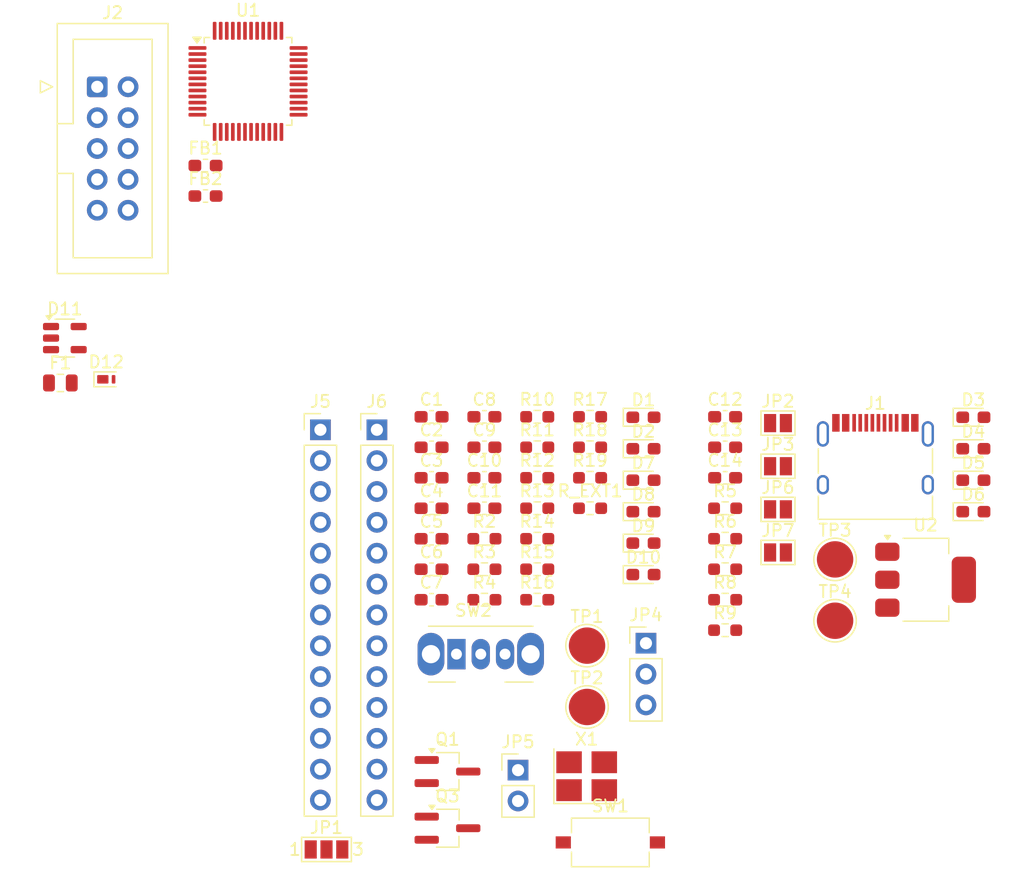
<source format=kicad_pcb>
(kicad_pcb (version 20241229) (generator "pcbnew") (generator_version "9.0")
  (layers (0 "F.Cu" signal) (2 "B.Cu" signal) (13 "F.Paste" user) (15 "B.Paste" user) (5 "F.SilkS" user "F.Silkscreen") (7 "B.SilkS" user "B.Silkscreen") (1 "F.Mask" user) (3 "B.Mask" user) (25 "Edge.Cuts" user))
  (net 0 "")
  (net 1 "/D+")
  (net 2 "/D-")
  (net 3 "/USBPD_CC1")
  (net 4 "/USBPD_CC2")
  (net 5 "GND")
  (net 6 "VBUS")
  (net 7 "Net-(F1-Pad1)")
  (net 8 "+3.3V")
  (net 9 "Net-(U1-VDDA)")
  (net 10 "Net-(U1-VREF+)")
  (net 11 "/SWO")
  (net 12 "+5V")
  (net 13 "/NRST")
  (net 14 "/SW_CLK")
  (net 15 "/SW_DIO")
  (net 16 "/PB1")
  (net 17 "/DIGITAL_IO_1")
  (net 18 "/PA4")
  (net 19 "/PA0")
  (net 20 "/PB2")
  (net 21 "Net-(U1-PF1)")
  (net 22 "/PC13")
  (net 23 "/PC15")
  (net 24 "/YELLOW_DEBUG_LED")
  (net 25 "/PA7")
  (net 26 "/VOUT")
  (net 27 "Net-(JP1-C)")
  (net 28 "/GREEN_DEBUG_LED")
  (net 29 "/PB10")
  (net 30 "/PB7")
  (net 31 "/PA15")
  (net 32 "/PB5")
  (net 33 "/PB9")
  (net 34 "/BOOT_MODE")
  (net 35 "/VIN-")
  (net 36 "/PA6")
  (net 37 "/PC14")
  (net 38 "Net-(U1-PF0)")
  (net 39 "/PA10")
  (net 40 "/VIN+")
  (net 41 "/PB0")
  (net 42 "/DIGITAL_IO_2")
  (net 43 "/BLUE_DEBUG_LED")
  (net 44 "/RED_DEBUG_LED")
  (net 45 "/PA5")
  (net 46 "/PB11")
  (net 47 "Net-(C10-Pad2)")
  (net 48 "+VREG")
  (net 49 "Net-(D1-K)")
  (net 50 "Net-(D2-K)")
  (net 51 "Net-(D2-A)")
  (net 52 "Net-(D5-K)")
  (net 53 "Net-(D6-K)")
  (net 54 "Net-(D6-A)")
  (net 55 "Net-(D7-K)")
  (net 56 "Net-(D8-K)")
  (net 57 "Net-(D9-K)")
  (net 58 "Net-(D10-K)")
  (net 59 "Net-(D10-A)")
  (net 60 "GNDS")
  (net 61 "+BATT")
  (net 62 "Net-(J3-Pin_1)")
  (net 63 "Net-(JP5-A)")
  (net 64 "Net-(JP7-B)")
  (net 65 "Net-(Q1-B)")
  (net 66 "Net-(Q1-C)")
  (net 67 "Net-(Q3-B)")
  (footprint "Connector_PinHeader_2.54mm:PinHeader_1x02_P2.54mm_Vertical" (layer "F.Cu") (at 171.3 140.175)
    (property "Reference" "JP5" (at 0 -2.33 0) (layer "F.SilkS"))
    (property "Value" "I2C_PULL_UPS_EN")
    (pad "1" thru_hole rect (at 0 0) (size 1.7 1.7) (drill 1) (layers "*.Cu" "*.Mask") (net 63 "Net-(JP5-A)"))
    (pad "2" thru_hole oval (at 0 2.54) (size 1.7 1.7) (drill 1) (layers "*.Cu" "*.Mask") (net 62 "Net-(J3-Pin_1)"))
  )
  (footprint "Package_QFP:LQFP-48_7x7mm_P0.5mm" (layer "F.Cu") (at 149.07 83.47)
    (property "Reference" "U1" (at 0 -5.85 0) (layer "F.SilkS"))
    (property "Value" "STM32G431CBTx")
    (pad "1" smd roundrect (at -4.1625 -2.75) (size 1.475 0.3) (layers "F.Cu" "F.Mask" "F.Paste") (net 27 "Net-(JP1-C)"))
    (pad "2" smd roundrect (at -4.1625 -2.25) (size 1.475 0.3) (layers "F.Cu" "F.Mask" "F.Paste") (net 22 "/PC13"))
    (pad "3" smd roundrect (at -4.1625 -1.75) (size 1.475 0.3) (layers "F.Cu" "F.Mask" "F.Paste") (net 37 "/PC14"))
    (pad "4" smd roundrect (at -4.1625 -1.25) (size 1.475 0.3) (layers "F.Cu" "F.Mask" "F.Paste") (net 23 "/PC15"))
    (pad "5" smd roundrect (at -4.1625 -0.75) (size 1.475 0.3) (layers "F.Cu" "F.Mask" "F.Paste") (net 38 "Net-(U1-PF0)"))
    (pad "6" smd roundrect (at -4.1625 -0.25) (size 1.475 0.3) (layers "F.Cu" "F.Mask" "F.Paste") (net 21 "Net-(U1-PF1)"))
    (pad "7" smd roundrect (at -4.1625 0.25) (size 1.475 0.3) (layers "F.Cu" "F.Mask" "F.Paste") (net 13 "/NRST"))
    (pad "8" smd roundrect (at -4.1625 0.75) (size 1.475 0.3) (layers "F.Cu" "F.Mask" "F.Paste") (net 19 "/PA0"))
    (pad "9" smd roundrect (at -4.1625 1.25) (size 1.475 0.3) (layers "F.Cu" "F.Mask" "F.Paste") (net 40 "/VIN+"))
    (pad "10" smd roundrect (at -4.1625 1.75) (size 1.475 0.3) (layers "F.Cu" "F.Mask" "F.Paste") (net 26 "/VOUT"))
    (pad "11" smd roundrect (at -4.1625 2.25) (size 1.475 0.3) (layers "F.Cu" "F.Mask" "F.Paste") (net 35 "/VIN-"))
    (pad "12" smd roundrect (at -4.1625 2.75) (size 1.475 0.3) (layers "F.Cu" "F.Mask" "F.Paste") (net 18 "/PA4"))
    (pad "13" smd roundrect (at -2.75 4.1625) (size 0.3 1.475) (layers "F.Cu" "F.Mask" "F.Paste") (net 45 "/PA5"))
    (pad "14" smd roundrect (at -2.25 4.1625) (size 0.3 1.475) (layers "F.Cu" "F.Mask" "F.Paste") (net 36 "/PA6"))
    (pad "15" smd roundrect (at -1.75 4.1625) (size 0.3 1.475) (layers "F.Cu" "F.Mask" "F.Paste") (net 25 "/PA7"))
    (pad "16" smd roundrect (at -1.25 4.1625) (size 0.3 1.475) (layers "F.Cu" "F.Mask" "F.Paste") (net 41 "/PB0"))
    (pad "17" smd roundrect (at -0.75 4.1625) (size 0.3 1.475) (layers "F.Cu" "F.Mask" "F.Paste") (net 16 "/PB1"))
    (pad "18" smd roundrect (at -0.25 4.1625) (size 0.3 1.475) (layers "F.Cu" "F.Mask" "F.Paste") (net 20 "/PB2"))
    (pad "19" smd roundrect (at 0.25 4.1625) (size 0.3 1.475) (layers "F.Cu" "F.Mask" "F.Paste") (net 5 "GND"))
    (pad "20" smd roundrect (at 0.75 4.1625) (size 0.3 1.475) (layers "F.Cu" "F.Mask" "F.Paste") (net 10 "Net-(U1-VREF+)"))
    (pad "21" smd roundrect (at 1.25 4.1625) (size 0.3 1.475) (layers "F.Cu" "F.Mask" "F.Paste") (net 9 "Net-(U1-VDDA)"))
    (pad "22" smd roundrect (at 1.75 4.1625) (size 0.3 1.475) (layers "F.Cu" "F.Mask" "F.Paste") (net 29 "/PB10"))
    (pad "23" smd roundrect (at 2.25 4.1625) (size 0.3 1.475) (layers "F.Cu" "F.Mask" "F.Paste") (net 5 "GND"))
    (pad "24" smd roundrect (at 2.75 4.1625) (size 0.3 1.475) (layers "F.Cu" "F.Mask" "F.Paste") (net 8 "+3.3V"))
    (pad "25" smd roundrect (at 4.1625 2.75) (size 1.475 0.3) (layers "F.Cu" "F.Mask" "F.Paste") (net 46 "/PB11"))
    (pad "26" smd roundrect (at 4.1625 2.25) (size 1.475 0.3) (layers "F.Cu" "F.Mask" "F.Paste") (net 24 "/YELLOW_DEBUG_LED"))
    (pad "27" smd roundrect (at 4.1625 1.75) (size 1.475 0.3) (layers "F.Cu" "F.Mask" "F.Paste") (net 28 "/GREEN_DEBUG_LED"))
    (pad "28" smd roundrect (at 4.1625 1.25) (size 1.475 0.3) (layers "F.Cu" "F.Mask" "F.Paste") (net 43 "/BLUE_DEBUG_LED"))
    (pad "29" smd roundrect (at 4.1625 0.75) (size 1.475 0.3) (layers "F.Cu" "F.Mask" "F.Paste") (net 44 "/RED_DEBUG_LED"))
    (pad "30" smd roundrect (at 4.1625 0.25) (size 1.475 0.3) (layers "F.Cu" "F.Mask" "F.Paste") (net 17 "/DIGITAL_IO_1"))
    (pad "31" smd roundrect (at 4.1625 -0.25) (size 1.475 0.3) (layers "F.Cu" "F.Mask" "F.Paste") (net 42 "/DIGITAL_IO_2"))
    (pad "32" smd roundrect (at 4.1625 -0.75) (size 1.475 0.3) (layers "F.Cu" "F.Mask" "F.Paste") (net 39 "/PA10"))
    (pad "33" smd roundrect (at 4.1625 -1.25) (size 1.475 0.3) (layers "F.Cu" "F.Mask" "F.Paste") (net 2 "/D-"))
    (pad "34" smd roundrect (at 4.1625 -1.75) (size 1.475 0.3) (layers "F.Cu" "F.Mask" "F.Paste") (net 1 "/D+"))
    (pad "35" smd roundrect (at 4.1625 -2.25) (size 1.475 0.3) (layers "F.Cu" "F.Mask" "F.Paste") (net 5 "GND"))
    (pad "36" smd roundrect (at 4.1625 -2.75) (size 1.475 0.3) (layers "F.Cu" "F.Mask" "F.Paste") (net 8 "+3.3V"))
    (pad "37" smd roundrect (at 2.75 -4.1625) (size 0.3 1.475) (layers "F.Cu" "F.Mask" "F.Paste") (net 14 "/SW_CLK"))
    (pad "38" smd roundrect (at 2.25 -4.1625) (size 0.3 1.475) (layers "F.Cu" "F.Mask" "F.Paste") (net 15 "/SW_DIO"))
    (pad "39" smd roundrect (at 1.75 -4.1625) (size 0.3 1.475) (layers "F.Cu" "F.Mask" "F.Paste") (net 31 "/PA15"))
    (pad "40" smd roundrect (at 1.25 -4.1625) (size 0.3 1.475) (layers "F.Cu" "F.Mask" "F.Paste") (net 11 "/SWO"))
    (pad "41" smd roundrect (at 0.75 -4.1625) (size 0.3 1.475) (layers "F.Cu" "F.Mask" "F.Paste") (net 3 "/USBPD_CC1"))
    (pad "42" smd roundrect (at 0.25 -4.1625) (size 0.3 1.475) (layers "F.Cu" "F.Mask" "F.Paste") (net 32 "/PB5"))
    (pad "43" smd roundrect (at -0.25 -4.1625) (size 0.3 1.475) (layers "F.Cu" "F.Mask" "F.Paste") (net 4 "/USBPD_CC2"))
    (pad "44" smd roundrect (at -0.75 -4.1625) (size 0.3 1.475) (layers "F.Cu" "F.Mask" "F.Paste") (net 30 "/PB7"))
    (pad "45" smd roundrect (at -1.25 -4.1625) (size 0.3 1.475) (layers "F.Cu" "F.Mask" "F.Paste") (net 34 "/BOOT_MODE"))
    (pad "46" smd roundrect (at -1.75 -4.1625) (size 0.3 1.475) (layers "F.Cu" "F.Mask" "F.Paste") (net 33 "/PB9"))
    (pad "47" smd roundrect (at -2.25 -4.1625) (size 0.3 1.475) (layers "F.Cu" "F.Mask" "F.Paste") (net 5 "GND"))
    (pad "48" smd roundrect (at -2.75 -4.1625) (size 0.3 1.475) (layers "F.Cu" "F.Mask" "F.Paste") (net 8 "+3.3V"))
  )
  (footprint "Resistor_SMD:R_0603_1608Metric_Pad0.98x0.95mm_HandSolder" (layer "F.Cu") (at 177.23 113.595)
    (property "Reference" "R18" (at 0 -1.43 0) (layer "F.SilkS"))
    (property "Value" "4.7k")
    (pad "1" smd roundrect (at -0.9125 0) (size 0.975 0.95) (layers "F.Cu" "F.Mask" "F.Paste") (net 63 "Net-(JP5-A)"))
    (pad "2" smd roundrect (at 0.9125 0) (size 0.975 0.95) (layers "F.Cu" "F.Mask" "F.Paste") (net 17 "/DIGITAL_IO_1"))
  )
  (footprint "Inductor_SMD:L_0603_1608Metric_Pad1.05x0.95mm_HandSolder" (layer "F.Cu") (at 145.57 92.91)
    (property "Reference" "FB2" (at 0 -1.43 0) (layer "F.SilkS"))
    (property "Value" "220 OHM")
    (pad "1" smd roundrect (at -0.875 0) (size 1.05 0.95) (layers "F.Cu" "F.Mask" "F.Paste") (net 8 "+3.3V"))
    (pad "2" smd roundrect (at 0.875 0) (size 1.05 0.95) (layers "F.Cu" "F.Mask" "F.Paste") (net 10 "Net-(U1-VREF+)"))
  )
  (footprint "Resistor_SMD:R_0603_1608Metric_Pad0.98x0.95mm_HandSolder" (layer "F.Cu") (at 188.35 123.635)
    (property "Reference" "R7" (at 0 -1.43 0) (layer "F.SilkS"))
    (property "Value" "5.1k")
    (pad "1" smd roundrect (at -0.9125 0) (size 0.975 0.95) (layers "F.Cu" "F.Mask" "F.Paste") (net 4 "/USBPD_CC2"))
    (pad "2" smd roundrect (at 0.9125 0) (size 0.975 0.95) (layers "F.Cu" "F.Mask" "F.Paste") (net 5 "GND"))
  )
  (footprint "Diode_SMD:D_0603_1608Metric_Pad1.05x0.95mm_HandSolder" (layer "F.Cu") (at 181.625 111.125)
    (property "Reference" "D1" (at 0 -1.43 0) (layer "F.SilkS"))
    (property "Value" "LED")
    (pad "1" smd roundrect (at -0.875 0) (size 1.05 0.95) (layers "F.Cu" "F.Mask" "F.Paste") (net 49 "Net-(D1-K)"))
    (pad "2" smd roundrect (at 0.875 0) (size 1.05 0.95) (layers "F.Cu" "F.Mask" "F.Paste") (net 8 "+3.3V"))
  )
  (footprint "Resistor_SMD:R_0603_1608Metric_Pad0.98x0.95mm_HandSolder" (layer "F.Cu") (at 172.88 121.125)
    (property "Reference" "R14" (at 0 -1.43 0) (layer "F.SilkS"))
    (property "Value" "1k")
    (pad "1" smd roundrect (at -0.9125 0) (size 0.975 0.95) (layers "F.Cu" "F.Mask" "F.Paste") (net 28 "/GREEN_DEBUG_LED"))
    (pad "2" smd roundrect (at 0.9125 0) (size 0.975 0.95) (layers "F.Cu" "F.Mask" "F.Paste") (net 67 "Net-(Q3-B)"))
  )
  (footprint "Package_TO_SOT_SMD:TSOT-23_HandSoldering" (layer "F.Cu") (at 165.49 144.955)
    (property "Reference" "Q3" (at 0 -2.65 0) (layer "F.SilkS"))
    (property "Value" "PNP")
    (pad "1" smd roundrect (at -1.71 -0.95) (size 2 0.65) (layers "F.Cu" "F.Mask" "F.Paste") (net 59 "Net-(D10-A)"))
    (pad "2" smd roundrect (at -1.71 0.95) (size 2 0.65) (layers "F.Cu" "F.Mask" "F.Paste") (net 67 "Net-(Q3-B)"))
    (pad "3" smd roundrect (at 1.71 0) (size 2 0.65) (layers "F.Cu" "F.Mask" "F.Paste") (net 8 "+3.3V"))
  )
  (footprint "Capacitor_SMD:C_0603_1608Metric_Pad1.08x0.95mm_HandSolder" (layer "F.Cu") (at 164.18 118.615)
    (property "Reference" "C4" (at 0 -1.43 0) (layer "F.SilkS"))
    (property "Value" "100n")
    (pad "1" smd roundrect (at -0.8625 0) (size 1.075 0.95) (layers "F.Cu" "F.Mask" "F.Paste") (net 8 "+3.3V"))
    (pad "2" smd roundrect (at 0.8625 0) (size 1.075 0.95) (layers "F.Cu" "F.Mask" "F.Paste") (net 5 "GND"))
  )
  (footprint "TestPoint:TestPoint_Pad_D3.0mm" (layer "F.Cu") (at 197.4 127.875)
    (property "Reference" "TP4" (at 0 -2.398 0) (layer "F.SilkS"))
    (property "Value" "5V")
    (pad "1" smd circle (at 0 0) (size 3 3) (layers "F.Cu" "F.Mask") (net 12 "+5V"))
  )
  (footprint "Capacitor_SMD:C_0603_1608Metric_Pad1.08x0.95mm_HandSolder" (layer "F.Cu") (at 164.18 111.085)
    (property "Reference" "C1" (at 0 -1.43 0) (layer "F.SilkS"))
    (property "Value" "100n")
    (pad "1" smd roundrect (at -0.8625 0) (size 1.075 0.95) (layers "F.Cu" "F.Mask" "F.Paste") (net 10 "Net-(U1-VREF+)"))
    (pad "2" smd roundrect (at 0.8625 0) (size 1.075 0.95) (layers "F.Cu" "F.Mask" "F.Paste") (net 5 "GND"))
  )
  (footprint "Jumper:SolderJumper-2_P1.3mm_Open_Pad1.0x1.5mm" (layer "F.Cu") (at 192.7 115.155)
    (property "Reference" "JP3" (at 0 -1.8 0) (layer "F.SilkS"))
    (property "Value" "Schottky_bypass")
    (pad "1" smd rect (at -0.65 0) (size 1 1.5) (layers "F.Cu" "F.Mask") (net 6 "VBUS"))
    (pad "2" smd rect (at 0.65 0) (size 1 1.5) (layers "F.Cu" "F.Mask") (net 48 "+VREG"))
  )
  (footprint "Diode_SMD:D_0603_1608Metric_Pad1.05x0.95mm_HandSolder" (layer "F.Cu") (at 181.625 116.305)
    (property "Reference" "D7" (at 0 -1.43 0) (layer "F.SilkS"))
    (property "Value" "LED")
    (pad "1" smd roundrect (at -0.875 0) (size 1.05 0.95) (layers "F.Cu" "F.Mask" "F.Paste") (net 55 "Net-(D7-K)"))
    (pad "2" smd roundrect (at 0.875 0) (size 1.05 0.95) (layers "F.Cu" "F.Mask" "F.Paste") (net 43 "/BLUE_DEBUG_LED"))
  )
  (footprint "Capacitor_SMD:C_0603_1608Metric_Pad1.08x0.95mm_HandSolder" (layer "F.Cu") (at 164.18 123.635)
    (property "Reference" "C6" (at 0 -1.43 0) (layer "F.SilkS"))
    (property "Value" "100n")
    (pad "1" smd roundrect (at -0.8625 0) (size 1.075 0.95) (layers "F.Cu" "F.Mask" "F.Paste") (net 8 "+3.3V"))
    (pad "2" smd roundrect (at 0.8625 0) (size 1.075 0.95) (layers "F.Cu" "F.Mask" "F.Paste") (net 5 "GND"))
  )
  (footprint "Resistor_SMD:R_0603_1608Metric_Pad0.98x0.95mm_HandSolder" (layer "F.Cu") (at 168.53 121.125)
    (property "Reference" "R2" (at 0 -1.43 0) (layer "F.SilkS"))
    (property "Value" "500")
    (pad "1" smd roundrect (at -0.9125 0) (size 0.975 0.95) (layers "F.Cu" "F.Mask" "F.Paste") (net 49 "Net-(D1-K)"))
    (pad "2" smd roundrect (at 0.9125 0) (size 0.975 0.95) (layers "F.Cu" "F.Mask" "F.Paste") (net 13 "/NRST"))
  )
  (footprint "Diode_SMD:D_0603_1608Metric_Pad1.05x0.95mm_HandSolder" (layer "F.Cu") (at 208.785 116.305)
    (property "Reference" "D5" (at 0 -1.43 0) (layer "F.SilkS"))
    (property "Value" "LED")
    (pad "1" smd roundrect (at -0.875 0) (size 1.05 0.95) (layers "F.Cu" "F.Mask" "F.Paste") (net 52 "Net-(D5-K)"))
    (pad "2" smd roundrect (at 0.875 0) (size 1.05 0.95) (layers "F.Cu" "F.Mask" "F.Paste") (net 48 "+VREG"))
  )
  (footprint "Resistor_SMD:R_0603_1608Metric_Pad0.98x0.95mm_HandSolder" (layer "F.Cu") (at 172.88 116.105)
    (property "Reference" "R12" (at 0 -1.43 0) (layer "F.SilkS"))
    (property "Value" "500")
    (pad "1" smd roundrect (at -0.9125 0) (size 0.975 0.95) (layers "F.Cu" "F.Mask" "F.Paste") (net 57 "Net-(D9-K)"))
    (pad "2" smd roundrect (at 0.9125 0) (size 0.975 0.95) (layers "F.Cu" "F.Mask" "F.Paste") (net 66 "Net-(Q1-C)"))
  )
  (footprint "Jumper:SolderJumper-2_P1.3mm_Open_Pad1.0x1.5mm" (layer "F.Cu") (at 192.7 118.705)
    (property "Reference" "JP6" (at 0 -1.8 0) (layer "F.SilkS"))
    (property "Value" "REG_OUT")
    (pad "1" smd rect (at -0.65 0) (size 1 1.5) (layers "F.Cu" "F.Mask") (net 54 "Net-(D6-A)"))
    (pad "2" smd rect (at 0.65 0) (size 1 1.5) (layers "F.Cu" "F.Mask") (net 8 "+3.3V"))
  )
  (footprint "Capacitor_SMD:C_0603_1608Metric_Pad1.08x0.95mm_HandSolder" (layer "F.Cu") (at 168.53 111.085)
    (property "Reference" "C8" (at 0 -1.43 0) (layer "F.SilkS"))
    (property "Value" "1u")
    (pad "1" smd roundrect (at -0.8625 0) (size 1.075 0.95) (layers "F.Cu" "F.Mask" "F.Paste") (net 9 "Net-(U1-VDDA)"))
    (pad "2" smd roundrect (at 0.8625 0) (size 1.075 0.95) (layers "F.Cu" "F.Mask" "F.Paste") (net 5 "GND"))
  )
  (footprint "Resistor_SMD:R_0603_1608Metric_Pad0.98x0.95mm_HandSolder" (layer "F.Cu") (at 172.88 111.085)
    (property "Reference" "R10" (at 0 -1.43 0) (layer "F.SilkS"))
    (property "Value" "500")
    (pad "1" smd roundrect (at -0.9125 0) (size 0.975 0.95) (layers "F.Cu" "F.Mask" "F.Paste") (net 55 "Net-(D7-K)"))
    (pad "2" smd roundrect (at 0.9125 0) (size 0.975 0.95) (layers "F.Cu" "F.Mask" "F.Paste") (net 5 "GND"))
  )
  (footprint "Resistor_SMD:R_0603_1608Metric_Pad0.98x0.95mm_HandSolder" (layer "F.Cu") (at 172.88 123.635)
    (property "Reference" "R15" (at 0 -1.43 0) (layer "F.SilkS"))
    (property "Value" "500")
    (pad "1" smd roundrect (at -0.9125 0) (size 0.975 0.95) (layers "F.Cu" "F.Mask" "F.Paste") (net 58 "Net-(D10-K)"))
    (pad "2" smd roundrect (at 0.9125 0) (size 0.975 0.95) (layers "F.Cu" "F.Mask" "F.Paste") (net 5 "GND"))
  )
  (footprint "Resistor_SMD:R_0603_1608Metric_Pad0.98x0.95mm_HandSolder" (layer "F.Cu") (at 177.23 111.085)
    (property "Reference" "R17" (at 0 -1.43 0) (layer "F.SilkS"))
    (property "Value" "10k")
    (pad "1" smd roundrect (at -0.9125 0) (size 0.975 0.95) (layers "F.Cu" "F.Mask" "F.Paste") (net 5 "GND"))
    (pad "2" smd roundrect (at 0.9125 0) (size 0.975 0.95) (layers "F.Cu" "F.Mask" "F.Paste") (net 24 "/YELLOW_DEBUG_LED"))
  )
  (footprint "Resistor_SMD:R_0603_1608Metric_Pad0.98x0.95mm_HandSolder" (layer "F.Cu") (at 172.88 126.145)
    (property "Reference" "R16" (at 0 -1.43 0) (layer "F.SilkS"))
    (property "Value" "10k")
    (pad "1" smd roundrect (at -0.9125 0) (size 0.975 0.95) (layers "F.Cu" "F.Mask" "F.Paste") (net 28 "/GREEN_DEBUG_LED"))
    (pad "2" smd roundrect (at 0.9125 0) (size 0.975 0.95) (layers "F.Cu" "F.Mask" "F.Paste") (net 8 "+3.3V"))
  )
  (footprint "Resistor_SMD:R_0603_1608Metric_Pad0.98x0.95mm_HandSolder" (layer "F.Cu") (at 172.88 113.595)
    (property "Reference" "R11" (at 0 -1.43 0) (layer "F.SilkS"))
    (property "Value" "500")
    (pad "1" smd roundrect (at -0.9125 0) (size 0.975 0.95) (layers "F.Cu" "F.Mask" "F.Paste") (net 56 "Net-(D8-K)"))
    (pad "2" smd roundrect (at 0.9125 0) (size 0.975 0.95) (layers "F.Cu" "F.Mask" "F.Paste") (net 44 "/RED_DEBUG_LED"))
  )
  (footprint "Package_TO_SOT_SMD:SOT-23-5" (layer "F.Cu") (at 133.99 104.605)
    (property "Reference" "D11" (at 0 -2.4 0) (layer "F.SilkS"))
    (property "Value" "SP0504BAHTG")
    (pad "1" smd roundrect (at -1.1375 -0.95) (size 1.325 0.6) (layers "F.Cu" "F.Mask" "F.Paste") (net 1 "/D+"))
    (pad "2" smd roundrect (at -1.1375 0) (size 1.325 0.6) (layers "F.Cu" "F.Mask" "F.Paste") (net 5 "GND"))
    (pad "3" smd roundrect (at -1.1375 0.95) (size 1.325 0.6) (layers "F.Cu" "F.Mask" "F.Paste") (net 2 "/D-"))
    (pad "4" smd roundrect (at 1.1375 0.95) (size 1.325 0.6) (layers "F.Cu" "F.Mask" "F.Paste") (net 4 "/USBPD_CC2"))
    (pad "5" smd roundrect (at 1.1375 -0.95) (size 1.325 0.6) (layers "F.Cu" "F.Mask" "F.Paste") (net 3 "/USBPD_CC1"))
  )
  (footprint "Capacitor_SMD:C_0603_1608Metric_Pad1.08x0.95mm_HandSolder" (layer "F.Cu") (at 164.18 113.595)
    (property "Reference" "C2" (at 0 -1.43 0) (layer "F.SilkS"))
    (property "Value" "1u")
    (pad "1" smd roundrect (at -0.8625 0) (size 1.075 0.95) (layers "F.Cu" "F.Mask" "F.Paste") (net 10 "Net-(U1-VREF+)"))
    (pad "2" smd roundrect (at 0.8625 0) (size 1.075 0.95) (layers "F.Cu" "F.Mask" "F.Paste") (net 5 "GND"))
  )
  (footprint "Capacitor_SMD:C_0603_1608Metric_Pad1.08x0.95mm_HandSolder" (layer "F.Cu") (at 188.35 111.085)
    (property "Reference" "C12" (at 0 -1.43 0) (layer "F.SilkS"))
    (property "Value" "10u")
    (pad "1" smd roundrect (at -0.8625 0) (size 1.075 0.95) (layers "F.Cu" "F.Mask" "F.Paste") (net 6 "VBUS"))
    (pad "2" smd roundrect (at 0.8625 0) (size 1.075 0.95) (layers "F.Cu" "F.Mask" "F.Paste") (net 5 "GND"))
  )
  (footprint "Resistor_SMD:R_0603_1608Metric_Pad0.98x0.95mm_HandSolder" (layer "F.Cu") (at 168.53 123.635)
    (property "Reference" "R3" (at 0 -1.43 0) (layer "F.SilkS"))
    (property "Value" "10k")
    (pad "1" smd roundrect (at -0.9125 0) (size 0.975 0.95) (layers "F.Cu" "F.Mask" "F.Paste") (net 51 "Net-(D2-A)"))
    (pad "2" smd roundrect (at 0.9125 0) (size 0.975 0.95) (layers "F.Cu" "F.Mask" "F.Paste") (net 34 "/BOOT_MODE"))
  )
  (footprint "Button_Switch_SMD:SW_Tactile_SPST_NO_Straight_CK_PTS636Sx25SMTRLFS" (layer "F.Cu") (at 178.9 146.125)
    (property "Reference" "SW1" (at 0 -3 0) (layer "F.SilkS"))
    (property "Value" "SW_Push")
    (pad "1" smd rect (at -3.875 0) (size 1.25 1) (layers "F.Cu" "F.Mask" "F.Paste") (net 13 "/NRST"))
    (pad "2" smd rect (at 3.875 0) (size 1.25 1) (layers "F.Cu" "F.Mask" "F.Paste") (net 5 "GND"))
  )
  (footprint "Capacitor_SMD:C_0603_1608Metric_Pad1.08x0.95mm_HandSolder" (layer "F.Cu") (at 164.18 126.145)
    (property "Reference" "C7" (at 0 -1.43 0) (layer "F.SilkS"))
    (property "Value" "10n")
    (pad "1" smd roundrect (at -0.8625 0) (size 1.075 0.95) (layers "F.Cu" "F.Mask" "F.Paste") (net 9 "Net-(U1-VDDA)"))
    (pad "2" smd roundrect (at 0.8625 0) (size 1.075 0.95) (layers "F.Cu" "F.Mask" "F.Paste") (net 5 "GND"))
  )
  (footprint "Capacitor_SMD:C_0603_1608Metric_Pad1.08x0.95mm_HandSolder" (layer "F.Cu") (at 168.53 116.105)
    (property "Reference" "C10" (at 0 -1.43 0) (layer "F.SilkS"))
    (property "Value" "12pf")
    (pad "1" smd roundrect (at -0.8625 0) (size 1.075 0.95) (layers "F.Cu" "F.Mask" "F.Paste") (net 5 "GND"))
    (pad "2" smd roundrect (at 0.8625 0) (size 1.075 0.95) (layers "F.Cu" "F.Mask" "F.Paste") (net 47 "Net-(C10-Pad2)"))
  )
  (footprint "Inductor_SMD:L_0603_1608Metric_Pad1.05x0.95mm_HandSolder" (layer "F.Cu") (at 145.57 90.4)
    (property "Reference" "FB1" (at 0 -1.43 0) (layer "F.SilkS"))
    (property "Value" "220 OHM")
    (pad "1" smd roundrect (at -0.875 0) (size 1.05 0.95) (layers "F.Cu" "F.Mask" "F.Paste") (net 8 "+3.3V"))
    (pad "2" smd roundrect (at 0.875 0) (size 1.05 0.95) (layers "F.Cu" "F.Mask" "F.Paste") (net 9 "Net-(U1-VDDA)"))
  )
  (footprint "Diode_SMD:D_0603_1608Metric_Pad1.05x0.95mm_HandSolder" (layer "F.Cu") (at 181.625 124.075)
    (property "Reference" "D10" (at 0 -1.43 0) (layer "F.SilkS"))
    (property "Value" "LED")
    (pad "1" smd roundrect (at -0.875 0) (size 1.05 0.95) (layers "F.Cu" "F.Mask" "F.Paste") (net 58 "Net-(D10-K)"))
    (pad "2" smd roundrect (at 0.875 0) (size 1.05 0.95) (layers "F.Cu" "F.Mask" "F.Paste") (net 59 "Net-(D10-A)"))
  )
  (footprint "Resistor_SMD:R_0603_1608Metric_Pad0.98x0.95mm_HandSolder" (layer "F.Cu") (at 188.35 126.145)
    (property "Reference" "R8" (at 0 -1.43 0) (layer "F.SilkS"))
    (property "Value" "500")
    (pad "1" smd roundrect (at -0.9125 0) (size 0.975 0.95) (layers "F.Cu" "F.Mask" "F.Paste") (net 52 "Net-(D5-K)"))
    (pad "2" smd roundrect (at 0.9125 0) (size 0.975 0.95) (layers "F.Cu" "F.Mask" "F.Paste") (net 5 "GND"))
  )
  (footprint "Connector_PinHeader_2.54mm:PinHeader_1x13_P2.54mm_Vertical" (layer "F.Cu") (at 159.68 112.155)
    (property "Reference" "J6" (at 0 -2.33 0) (layer "F.SilkS"))
    (property "Value" "Conn_01x13")
    (pad "1" thru_hole rect (at 0 0) (size 1.7 1.7) (drill 1) (layers "*.Cu" "*.Mask") (net 8 "+3.3V"))
    (pad "2" thru_hole oval (at 0 2.54) (size 1.7 1.7) (drill 1) (layers "*.Cu" "*.Mask") (net 48 "+VREG"))
    (pad "3" thru_hole oval (at 0 5.08) (size 1.7 1.7) (drill 1) (layers "*.Cu" "*.Mask") (net 19 "/PA0"))
    (pad "4" thru_hole oval (at 0 7.62) (size 1.7 1.7) (drill 1) (layers "*.Cu" "*.Mask") (net 26 "/VOUT"))
    (pad "5" thru_hole oval (at 0 10.16) (size 1.7 1.7) (drill 1) (layers "*.Cu" "*.Mask") (net 18 "/PA4"))
    (pad "6" thru_hole oval (at 0 12.7) (size 1.7 1.7) (drill 1) (layers "*.Cu" "*.Mask") (net 45 "/PA5"))
    (pad "7" thru_hole oval (at 0 15.24) (size 1.7 1.7) (drill 1) (layers "*.Cu" "*.Mask") (net 36 "/PA6"))
    (pad "8" thru_hole oval (at 0 17.78) (size 1.7 1.7) (drill 1) (layers "*.Cu" "*.Mask") (net 25 "/PA7"))
    (pad "9" thru_hole oval (at 0 20.32) (size 1.7 1.7) (drill 1) (layers "*.Cu" "*.Mask") (net 39 "/PA10"))
    (pad "10" thru_hole oval (at 0 22.86) (size 1.7 1.7) (drill 1) (layers "*.Cu" "*.Mask") (net 31 "/PA15"))
    (pad "11" thru_hole oval (at 0 25.4) (size 1.7 1.7) (drill 1) (layers "*.Cu" "*.Mask") (net 29 "/PB10"))
    (pad "12" thru_hole oval (at 0 27.94) (size 1.7 1.7) (drill 1) (layers "*.Cu" "*.Mask") (net 46 "/PB11"))
    (pad "13" thru_hole oval (at 0 30.48) (size 1.7 1.7) (drill 1) (layers "*.Cu" "*.Mask") (net 5 "GND"))
  )
  (footprint "Resistor_SMD:R_0603_1608Metric_Pad0.98x0.95mm_HandSolder" (layer "F.Cu") (at 188.35 128.655)
    (property "Reference" "R9" (at 0 -1.43 0) (layer "F.SilkS"))
    (property "Value" "500")
    (pad "1" smd roundrect (at -0.9125 0) (size 0.975 0.95) (layers "F.Cu" "F.Mask" "F.Paste") (net 53 "Net-(D6-K)"))
    (pad "2" smd roundrect (at 0.9125 0) (size 0.975 0.95) (layers "F.Cu" "F.Mask" "F.Paste") (net 5 "GND"))
  )
  (footprint "Connector_IDC:IDC-Header_2x05_P2.54mm_Vertical" (layer "F.Cu") (at 136.655 83.92)
    (property "Reference" "J2" (at 1.27 -6.1 0) (layer "F.SilkS"))
    (property "Value" "10pin IDC SWD")
    (pad "1" thru_hole roundrect (at 0 0) (size 1.7 1.7) (drill 1) (layers "*.Cu" "*.Mask") (roundrect_rratio 0.147059) (net 13 "/NRST"))
    (pad "2" thru_hole circle (at 2.54 0) (size 1.7 1.7) (drill 1) (layers "*.Cu" "*.Mask") (net 15 "/SW_DIO"))
    (pad "3" thru_hole circle (at 0 2.54) (size 1.7 1.7) (drill 1) (layers "*.Cu" "*.Mask") (net 5 "GND"))
    (pad "4" thru_hole circle (at 2.54 2.54) (size 1.7 1.7) (drill 1) (layers "*.Cu" "*.Mask") (net 5 "GND"))
    (pad "5" thru_hole circle (at 0 5.08) (size 1.7 1.7) (drill 1) (layers "*.Cu" "*.Mask") (net 11 "/SWO"))
    (pad "6" thru_hole circle (at 2.54 5.08) (size 1.7 1.7) (drill 1) (layers "*.Cu" "*.Mask") (net 14 "/SW_CLK"))
    (pad "7" thru_hole circle (at 0 7.62) (size 1.7 1.7) (drill 1) (layers "*.Cu" "*.Mask") (net 8 "+3.3V"))
    (pad "8" thru_hole circle (at 2.54 7.62) (size 1.7 1.7) (drill 1) (layers "*.Cu" "*.Mask") (net 8 "+3.3V"))
    (pad "9" thru_hole circle (at 0 10.16) (size 1.7 1.7) (drill 1) (layers "*.Cu" "*.Mask") (net 12 "+5V"))
    (pad "10" thru_hole circle (at 2.54 10.16) (size 1.7 1.7) (drill 1) (layers "*.Cu" "*.Mask") (net 12 "+5V"))
  )
  (footprint "Button_Switch_THT:SW_Slide_SPDT_Angled_CK_OS102011MA1Q" (layer "F.Cu") (at 166.23 130.625)
    (property "Reference" "SW2" (at 1.4 -3.6 0) (layer "F.SilkS"))
    (property "Value" "SW_Push_SPDT")
    (pad "" thru_hole oval (at -2.1 0) (size 2.2 3.5) (drill 1.5) (layers "*.Cu" "*.Mask"))
    (pad "" thru_hole oval (at 6.1 0) (size 2.2 3.5) (drill 1.5) (layers "*.Cu" "*.Mask"))
    (pad "1" thru_hole rect (at 0 0) (size 1.5 2.5) (drill 0.9) (layers "*.Cu" "*.Mask") (net 8 "+3.3V"))
    (pad "2" thru_hole oval (at 2 0) (size 1.5 2.5) (drill 0.9) (layers "*.Cu" "*.Mask") (net 51 "Net-(D2-A)"))
    (pad "3" thru_hole oval (at 4 0) (size 1.5 2.5) (drill 0.9) (layers "*.Cu" "*.Mask") (net 5 "GND"))
  )
  (footprint "Jumper:SolderJumper-2_P1.3mm_Open_Pad1.0x1.5mm" (layer "F.Cu") (at 192.7 122.255)
    (property "Reference" "JP7" (at 0 -1.8 0) (layer "F.SilkS"))
    (property "Value" "REG_IN")
    (pad "1" smd rect (at -0.65 0) (size 1 1.5) (layers "F.Cu" "F.Mask") (net 48 "+VREG"))
    (pad "2" smd rect (at 0.65 0) (size 1 1.5) (layers "F.Cu" "F.Mask") (net 64 "Net-(JP7-B)"))
  )
  (footprint "Capacitor_SMD:C_0603_1608Metric_Pad1.08x0.95mm_HandSolder" (layer "F.Cu") (at 168.53 118.615)
    (property "Reference" "C11" (at 0 -1.43 0) (layer "F.SilkS"))
    (property "Value" "100n")
    (pad "1" smd roundrect (at -0.8625 0) (size 1.075 0.95) (layers "F.Cu" "F.Mask" "F.Paste") (net 13 "/NRST"))
    (pad "2" smd roundrect (at 0.8625 0) (size 1.075 0.95) (layers "F.Cu" "F.Mask" "F.Paste") (net 5 "GND"))
  )
  (footprint "TestPoint:TestPoint_Pad_D3.0mm" (layer "F.Cu") (at 197.4 122.825)
    (property "Reference" "TP3" (at 0 -2.398 0) (layer "F.SilkS"))
    (property "Value" "VBUS")
    (pad "1" smd circle (at 0 0) (size 3 3) (layers "F.Cu" "F.Mask") (net 6 "VBUS"))
  )
  (footprint "Capacitor_SMD:C_0603_1608Metric_Pad1.08x0.95mm_HandSolder" (layer "F.Cu") (at 188.35 113.595)
    (property "Reference" "C13" (at 0 -1.43 0) (layer "F.SilkS"))
    (property "Value" "10u")
    (pad "1" smd roundrect (at -0.8625 0) (size 1.075 0.95) (layers "F.Cu" "F.Mask" "F.Paste") (net 48 "+VREG"))
    (pad "2" smd roundrect (at 0.8625 0) (size 1.075 0.95) (layers "F.Cu" "F.Mask" "F.Paste") (net 5 "GND"))
  )
  (footprint "Resistor_SMD:R_0603_1608Metric_Pad0.98x0.95mm_HandSolder" (layer "F.Cu") (at 188.35 121.125)
    (property "Reference" "R6" (at 0 -1.43 0) (layer "F.SilkS"))
    (property "Value" "5.1k")
    (pad "1" smd roundrect (at -0.9125 0) (size 0.975 0.95) (layers "F.Cu" "F.Mask" "F.Paste") (net 3 "/USBPD_CC1"))
    (pad "2" smd roundrect (at 0.9125 0) (size 0.975 0.95) (layers "F.Cu" "F.Mask" "F.Paste") (net 5 "GND"))
  )
  (footprint "Capacitor_SMD:C_0603_1608Metric_Pad1.08x0.95mm_HandSolder" (layer "F.Cu") (at 164.18 121.125)
    (property "Reference" "C5" (at 0 -1.43 0) (layer "F.SilkS"))
    (property "Value" "100n")
    (pad "1" smd roundrect (at -0.8625 0) (size 1.075 0.95) (layers "F.Cu" "F.Mask" "F.Paste") (net 8 "+3.3V"))
    (pad "2" smd roundrect (at 0.8625 0) (size 1.075 0.95) (layers "F.Cu" "F.Mask" "F.Paste") (net 5 "GND"))
  )
  (footprint "Jumper:SolderJumper-3_P1.3mm_Open_Pad1.0x1.5mm_NumberLabels" (layer "F.Cu") (at 155.53 146.705)
    (property "Reference" "JP1" (at 0 -1.8 0) (layer "F.SilkS"))
    (property "Value" "VBAT_SLEC")
    (fp_text user "3" (at 2.6 0 0) (layer "F.SilkS"))
    (fp_text user "1" (at -2.6 0 0) (layer "F.SilkS"))
    (pad "1" smd rect (at -1.3 0) (size 1 1.5) (layers "F.Cu" "F.Mask") (net 8 "+3.3V"))
    (pad "2" smd rect (at 0 0) (size 1 1.5) (layers "F.Cu" "F.Mask") (net 27 "Net-(JP1-C)"))
    (pad "3" smd rect (at 1.3 0) (size 1 1.5) (layers "F.Cu" "F.Mask") (net 61 "+BATT"))
  )
  (footprint "Diode_SMD:D_0603_1608Metric_Pad1.05x0.95mm_HandSolder" (layer "F.Cu") (at 208.785 111.125)
    (property "Reference" "D3" (at 0 -1.43 0) (layer "F.SilkS"))
    (property "Value" "D_Schottky")
    (pad "1" smd roundrect (at -0.875 0) (size 1.05 0.95) (layers "F.Cu" "F.Mask" "F.Paste") (net 48 "+VREG"))
    (pad "2" smd roundrect (at 0.875 0) (size 1.05 0.95) (layers "F.Cu" "F.Mask" "F.Paste") (net 6 "VBUS"))
  )
  (footprint "Diode_SMD:D_0603_1608Metric_Pad1.05x0.95mm_HandSolder" (layer "F.Cu") (at 181.625 118.895)
    (property "Reference" "D8" (at 0 -1.43 0) (layer "F.SilkS"))
    (property "Value" "LED")
    (pad "1" smd roundrect (at -0.875 0) (size 1.05 0.95) (layers "F.Cu" "F.Mask" "F.Paste") (net 56 "Net-(D8-K)"))
    (pad "2" smd roundrect (at 0.875 0) (size 1.05 0.95) (layers "F.Cu" "F.Mask" "F.Paste") (net 8 "+3.3V"))
  )
  (footprint "Capacitor_SMD:C_0603_1608Metric_Pad1.08x0.95mm_HandSolder" (layer "F.Cu") (at 168.53 113.595)
    (property "Reference" "C9" (at 0 -1.43 0) (layer "F.SilkS"))
    (property "Value" "12pf")
    (pad "1" smd roundrect (at -0.8625 0) (size 1.075 0.95) (layers "F.Cu" "F.Mask" "F.Paste") (net 38 "Net-(U1-PF0)"))
    (pad "2" smd roundrect (at 0.8625 0) (size 1.075 0.95) (layers "F.Cu" "F.Mask" "F.Paste") (net 5 "GND"))
  )
  (footprint "Diode_SMD:D_0603_1608Metric_Pad1.05x0.95mm_HandSolder" (layer "F.Cu") (at 208.785 113.715)
    (property "Reference" "D4" (at 0 -1.43 0) (layer "F.SilkS"))
    (property "Value" "D_Schottky")
    (pad "1" smd roundrect (at -0.875 0) (size 1.05 0.95) (layers "F.Cu" "F.Mask" "F.Paste") (net 48 "+VREG"))
    (pad "2" smd roundrect (at 0.875 0) (size 1.05 0.95) (layers "F.Cu" "F.Mask" "F.Paste") (net 12 "+5V"))
  )
  (footprint "Connector_PinHeader_2.54mm:PinHeader_1x03_P2.54mm_Vertical" (layer "F.Cu") (at 181.83 129.725)
    (property "Reference" "JP4" (at 0 -2.33 0) (layer "F.SilkS"))
    (property "Value" "5V_SLEC")
    (pad "1" thru_hole rect (at 0 0) (size 1.7 1.7) (drill 1) (layers "*.Cu" "*.Mask") (net 8 "+3.3V"))
    (pad "2" thru_hole oval (at 0 2.54) (size 1.7 1.7) (drill 1) (layers "*.Cu" "*.Mask") (net 62 "Net-(J3-Pin_1)"))
    (pad "3" thru_hole oval (at 0 5.08) (size 1.7 1.7) (drill 1) (layers "*.Cu" "*.Mask") (net 48 "+VREG"))
  )
  (footprint "Package_TO_SOT_SMD:TSOT-23_HandSoldering" (layer "F.Cu") (at 165.49 140.29)
    (property "Reference" "Q1" (at 0 -2.65 0) (layer "F.SilkS"))
    (property "Value" "NPN")
    (pad "1" smd roundrect (at -1.71 -0.95) (size 2 0.65) (layers "F.Cu" "F.Mask" "F.Paste") (net 66 "Net-(Q1-C)"))
    (pad "2" smd roundrect (at -1.71 0.95) (size 2 0.65) (layers "F.Cu" "F.Mask" "F.Paste") (net 65 "Net-(Q1-B)"))
    (pad "3" smd roundrect (at 1.71 0) (size 2 0.65) (layers "F.Cu" "F.Mask" "F.Paste") (net 5 "GND"))
  )
  (footprint "Connector_PinHeader_2.54mm:PinHeader_1x13_P2.54mm_Vertical" (layer "F.Cu") (at 155.03 112.155)
    (property "Reference" "J5" (at 0 -2.33 0) (layer "F.SilkS"))
    (property "Value" "Conn_01x13")
    (pad "1" thru_hole rect (at 0 0) (size 1.7 1.7) (drill 1) (layers "*.Cu" "*.Mask") (net 8 "+3.3V"))
    (pad "2" thru_hole oval (at 0 2.54) (size 1.7 1.7) (drill 1) (layers "*.Cu" "*.Mask") (net 48 "+VREG"))
    (pad "3" thru_hole oval (at 0 5.08) (size 1.7 1.7) (drill 1) (layers "*.Cu" "*.Mask") (net 5 "GND"))
    (pad "4" thru_hole oval (at 0 7.62) (size 1.7 1.7) (drill 1) (layers "*.Cu" "*.Mask") (net 22 "/PC13"))
    (pad "5" thru_hole oval (at 0 10.16) (size 1.7 1.7) (drill 1) (layers "*.Cu" "*.Mask") (net 37 "/PC14"))
    (pad "6" thru_hole oval (at 0 12.7) (size 1.7 1.7) (drill 1) (layers "*.Cu" "*.Mask") (net 23 "/PC15"))
    (pad "7" thru_hole oval (at 0 15.24) (size 1.7 1.7) (drill 1) (layers "*.Cu" "*.Mask") (net 41 "/PB0"))
    (pad "8" thru_hole oval (at 0 17.78) (size 1.7 1.7) (drill 1) (layers "*.Cu" "*.Mask") (net 16 "/PB1"))
    (pad "9" thru_hole oval (at 0 20.32) (size 1.7 1.7) (drill 1) (layers "*.Cu" "*.Mask") (net 20 "/PB2"))
    (pad "10" thru_hole oval (at 0 22.86) (size 1.7 1.7) (drill 1) (layers "*.Cu" "*.Mask") (net 32 "/PB5"))
    (pad "11" thru_hole oval (at 0 25.4) (size 1.7 1.7) (drill 1) (layers "*.Cu" "*.Mask") (net 30 "/PB7"))
    (pad "12" thru_hole oval (at 0 27.94) (size 1.7 1.7) (drill 1) (layers "*.Cu" "*.Mask") (net 33 "/PB9"))
    (pad "13" thru_hole oval (at 0 30.48) (size 1.7 1.7) (drill 1) (layers "*.Cu" "*.Mask") (net 5 "GND"))
  )
  (footprint "Capacitor_SMD:C_0603_1608Metric_Pad1.08x0.95mm_HandSolder" (layer "F.Cu") (at 188.35 116.105)
    (property "Reference" "C14" (at 0 -1.43 0) (layer "F.SilkS"))
    (property "Value" "22u")
    (pad "1" smd roundrect (at -0.8625 0) (size 1.075 0.95) (layers "F.Cu" "F.Mask" "F.Paste") (net 8 "+3.3V"))
    (pad "2" smd roundrect (at 0.8625 0) (size 1.075 0.95) (layers "F.Cu" "F.Mask" "F.Paste") (net 5 "GND"))
  )
  (footprint "Diode_SMD:D_0603_1608Metric_Pad1.05x0.95mm_HandSolder" (layer "F.Cu") (at 181.625 113.715)
    (property "Reference" "D2" (at 0 -1.43 0) (layer "F.SilkS"))
    (property "Value" "LED")
    (pad "1" smd roundrect (at -0.875 0) (size 1.05 0.95) (layers "F.Cu" "F.Mask" "F.Paste") (net 50 "Net-(D2-K)"))
    (pad "2" smd roundrect (at 0.875 0) (size 1.05 0.95) (layers "F.Cu" "F.Mask" "F.Paste") (net 51 "Net-(D2-A)"))
  )
  (footprint "TestPoint:TestPoint_Pad_D3.0mm" (layer "F.Cu") (at 176.98 129.925)
    (property "Reference" "TP1" (at 0 -2.398 0) (layer "F.SilkS"))
    (property "Value" "DIGITAL_IO_1")
    (pad "1" smd circle (at 0 0) (size 3 3) (layers "F.Cu" "F.Mask") (net 17 "/DIGITAL_IO_1"))
  )
  (footprint "TestPoint:TestPoint_Pad_D3.0mm" (layer "F.Cu") (at 176.98 134.975)
    (property "Reference" "TP2" (at 0 -2.398 0) (layer "F.SilkS"))
    (property "Value" "DIGITAL_IO_2")
    (pad "1" smd circle (at 0 0) (size 3 3) (layers "F.Cu" "F.Mask") (net 42 "/DIGITAL_IO_2"))
  )
  (footprint "Package_TO_SOT_SMD:SOT-223-3_TabPin2" (layer "F.Cu") (at 204.85 124.5)
    (property "Reference" "U2" (at 0 -4.5 0) (layer "F.SilkS"))
    (property "Value" "AZ1117-3.3")
    (pad "1" smd roundrect (at -3.15 -2.3) (size 2 1.5) (layers "F.Cu" "F.Mask" "F.Paste") (net 5 "GND"))
    (pad "2" smd roundrect (at -3.15 0) (size 2 1.5) (layers "F.Cu" "F.Mask" "F.Paste") (net 54 "Net-(D6-A)"))
    (pad "2" smd roundrect (at 3.15 0) (size 2 3.8) (layers "F.Cu" "F.Mask" "F.Paste") (net 54 "Net-(D6-A)"))
    (pad "3" smd roundrect (at -3.15 2.3) (size 2 1.5) (layers "F.Cu" "F.Mask" "F.Paste") (net 64 "Net-(JP7-B)"))
  )
  (footprint "Diode_SMD:D_0603_1608Metric_Pad1.05x0.95mm_HandSolder" (layer "F.Cu") (at 181.625 121.485)
    (property "Reference" "D9" (at 0 -1.43 0) (layer "F.SilkS"))
    (property "Value" "LED")
    (pad "1" smd roundrect (at -0.875 0) (size 1.05 0.95) (layers "F.Cu" "F.Mask" "F.Paste") (net 57 "Net-(D9-K)"))
    (pad "2" smd roundrect (at 0.875 0) (size 1.05 0.95) (layers "F.Cu" "F.Mask" "F.Paste") (net 8 "+3.3V"))
  )
  (footprint "Resistor_SMD:R_0603_1608Metric_Pad0.98x0.95mm_HandSolder" (layer "F.Cu") (at 172.88 118.615)
    (property "Reference" "R13" (at 0 -1.43 0) (layer "F.SilkS"))
    (property "Value" "1k")
    (pad "1" smd roundrect (at -0.9125 0) (size 0.975 0.95) (layers "F.Cu" "F.Mask" "F.Paste") (net 24 "/YELLOW_DEBUG_LED"))
    (pad "2" smd roundrect (at 0.9125 0) (size 0.975 0.95) (layers "F.Cu" "F.Mask" "F.Paste") (net 65 "Net-(Q1-B)"))
  )
  (footprint "Resistor_SMD:R_0603_1608Metric_Pad0.98x0.95mm_HandSolder" (layer "F.Cu") (at 188.35 118.615)
    (property "Reference" "R5" (at 0 -1.43 0) (layer "F.SilkS"))
    (property "Value" "0")
    (pad "1" smd roundrect (at -0.9125 0) (size 0.975 0.95) (layers "F.Cu" "F.Mask" "F.Paste") (net 5 "GND"))
    (pad "2" smd roundrect (at 0.9125 0) (size 0.975 0.95) (layers "F.Cu" "F.Mask" "F.Paste") (net 60 "GNDS"))
  )
  (footprint "Capacitor_SMD:C_0603_1608Metric_Pad1.08x0.95mm_HandSolder" (layer "F.Cu") (at 164.18 116.105)
    (property "Reference" "C3" (at 0 -1.43 0) (layer "F.SilkS"))
    (property "Value" "4.7u")
    (pad "1" smd roundrect (at -0.8625 0) (size 1.075 0.95) (layers "F.Cu" "F.Mask" "F.Paste") (net 8 "+3.3V"))
    (pad "2" smd roundrect (at 0.8625 0) (size 1.075 0.95) (layers "F.Cu" "F.Mask" "F.Paste") (net 5 "GND"))
  )
  (footprint "Diode_SMD:D_0603_1608Metric_Pad1.05x0.95mm_HandSolder" (layer "F.Cu") (at 208.785 118.895)
    (property "Reference" "D6" (at 0 -1.43 0) (layer "F.SilkS"))
    (property "Value" "LED")
    (pad "1" smd roundrect (at -0.875 0) (size 1.05 0.95) (layers "F.Cu" "F.Mask" "F.Paste") (net 53 "Net-(D6-K)"))
    (pad "2" smd roundrect (at 0.875 0) (size 1.05 0.95) (layers "F.Cu" "F.Mask" "F.Paste") (net 54 "Net-(D6-A)"))
  )
  (footprint "Resistor_SMD:R_0603_1608Metric_Pad0.98x0.95mm_HandSolder" (layer "F.Cu") (at 177.23 116.105)
    (property "Reference" "R19" (at 0 -1.43 0) (layer "F.SilkS"))
    (property "Value" "4.7k")
    (pad "1" smd roundrect (at -0.9125 0) (size 0.975 0.95) (layers "F.Cu" "F.Mask" "F.Paste") (net 63 "Net-(JP5-A)"))
    (pad "2" smd roundrect (at 0.9125 0) (size 0.975 0.95) (layers "F.Cu" "F.Mask" "F.Paste") (net 42 "/DIGITAL_IO_2"))
  )
  (footprint "Diode_SMD:Nexperia_DSN1608-2_1.6x0.8mm" (layer "F.Cu") (at 137.4 108)
    (property "Reference" "D12" (at 0 -1.43 0) (layer "F.SilkS"))
    (property "Value" "PTVS7V5Z1USK")
    (pad "1" smd roundrect (at -0.285 0) (size 0.93 0.7) (layers "F.Cu" "F.Mask" "F.Paste") (roundrect_rratio 0.1071428571) (net 6 "VBUS"))
    (pad "2" smd roundrect (at 0.6 0) (size 0.3 0.7) (layers "F.Cu" "F.Mask" "F.Paste") (net 5 "GND"))
  )
  (footprint "Resistor_SMD:R_0603_1608Metric_Pad0.98x0.95mm_HandSolder" (layer "F.Cu") (at 168.53 126.145)
    (property "Reference" "R4" (at 0 -1.43 0) (layer "F.SilkS"))
    (property "Value" "500")
    (pad "1" smd roundrect (at -0.9125 0) (size 0.975 0.95) (layers "F.Cu" "F.Mask" "F.Paste") (net 50 "Net-(D2-K)"))
    (pad "2" smd roundrect (at 0.9125 0) (size 0.975 0.95) (layers "F.Cu" "F.Mask" "F.Paste") (net 5 "GND"))
  )
  (footprint "Crystal:Crystal_SMD_3225-4Pin_3.2x2.5mm_HandSoldering" (layer "F.Cu") (at 176.95 140.675)
    (property "Reference" "X1" (at 0 -3.05 0) (layer "F.SilkS"))
    (property "Value" "Crystal_GND24")
    (pad "1" smd rect (at -1.45 1.15) (size 2.1 1.8) (layers "F.Cu" "F.Mask" "F.Paste") (net 38 "Net-(U1-PF0)"))
    (pad "2" smd rect (at 1.45 1.15) (size 2.1 1.8) (layers "F.Cu" "F.Mask" "F.Paste") (net 5 "GND"))
    (pad "3" smd rect (at 1.45 -1.15) (size 2.1 1.8) (layers "F.Cu" "F.Mask" "F.Paste") (net 47 "Net-(C10-Pad2)"))
    (pad "4" smd rect (at -1.45 -1.15) (size 2.1 1.8) (layers "F.Cu" "F.Mask" "F.Paste") (net 5 "GND"))
  )
  (footprint "Resistor_SMD:R_0603_1608Metric_Pad0.98x0.95mm_HandSolder" (layer "F.Cu") (at 177.23 118.615)
    (property "Reference" "R_EXT1" (at 0 -1.43 0) (layer "F.SilkS"))
    (property "Value" "0")
    (pad "1" smd roundrect (at -0.9125 0) (size 0.975 0.95) (layers "F.Cu" "F.Mask" "F.Paste") (net 47 "Net-(C10-Pad2)"))
    (pad "2" smd roundrect (at 0.9125 0) (size 0.975 0.95) (layers "F.Cu" "F.Mask" "F.Paste") (net 21 "Net-(U1-PF1)"))
  )
  (footprint "Connector_USB:USB_C_Receptacle_HRO_TYPE-C-31-M-12" (layer "F.Cu") (at 200.72 115.625)
    (property "Reference" "J1" (at 0 -5.645 0) (layer "F.SilkS"))
    (property "Value" "USB_C_Receptacle_USB2.0_14P")
    (pad "" np_thru_hole circle (at -2.89 -2.6) (size 0.65 0.65) (drill 0.65) (layers "*.Cu" "*.Mask"))
    (pad "" np_thru_hole circle (at 2.89 -2.6) (size 0.65 0.65) (drill 0.65) (layers "*.Cu" "*.Mask"))
    (pad "A1" smd rect (at -3.25 -4.045) (size 0.6 1.45) (layers "F.Cu" "F.Mask" "F.Paste") (net 5 "GND"))
    (pad "A4" smd rect (at -2.45 -4.045) (size 0.6 1.45) (layers "F.Cu" "F.Mask" "F.Paste") (net 7 "Net-(F1-Pad1)"))
    (pad "A5" smd rect (at -1.25 -4.045) (size 0.3 1.45) (layers "F.Cu" "F.Mask" "F.Paste") (net 3 "/USBPD_CC1"))
    (pad "A6" smd rect (at -0.25 -4.045) (size 0.3 1.45) (layers "F.Cu" "F.Mask" "F.Paste") (net 1 "/D+"))
    (pad "A7" smd rect (at 0.25 -4.045) (size 0.3 1.45) (layers "F.Cu" "F.Mask" "F.Paste") (net 2 "/D-"))
    (pad "A8" smd rect (at 1.25 -4.045) (size 0.3 1.45) (layers "F.Cu" "F.Mask" "F.Paste"))
    (pad "A9" smd rect (at 2.45 -4.045) (size 0.6 1.45) (layers "F.Cu" "F.Mask" "F.Paste") (net 7 "Net-(F1-Pad1)"))
    (pad "A12" smd rect (at 3.25 -4.045) (size 0.6 1.45) (layers "F.Cu" "F.Mask" "F.Paste") (net 5 "GND"))
    (pad "B1" smd rect (at 3.25 -4.045) (size 0.6 1.45) (layers "F.Cu" "F.Mask" "F.Paste") (net 5 "GND"))
    (pad "B4" smd rect (at 2.45 -4.045) (size 0.6 1.45) (layers "F.Cu" "F.Mask" "F.Paste") (net 7 "Net-(F1-Pad1)"))
    (pad "B5" smd rect (at 1.75 -4.045) (size 0.3 1.45) (layers "F.Cu" "F.Mask" "F.Paste") (net 4 "/USBPD_CC2"))
    (pad "B6" smd rect (at 0.75 -4.045) (size 0.3 1.45) (layers "F.Cu" "F.Mask" "F.Paste") (net 1 "/D+"))
    (pad "B7" smd rect (at -0.75 -4.045) (size 0.3 1.45) (layers "F.Cu" "F.Mask" "F.Paste") (net 2 "/D-"))
    (pad "B8" smd rect (at -1.75 -4.045) (size 0.3 1.45) (layers "F.Cu" "F.Mask" "F.Paste"))
    (pad "B9" smd rect (at -2.45 -4.045) (size 0.6 1.45) (layers "F.Cu" "F.Mask" "F.Paste") (net 7 "Net-(F1-Pad1)"))
    (pad "B12" smd rect (at -3.25 -4.045) (size 0.6 1.45) (layers "F.Cu" "F.Mask" "F.Paste") (net 5 "GND"))
    (pad "S1" thru_hole oval (at -4.32 -3.13) (size 1 2.1) (drill oval 0.6 1.7) (property pad_prop_heatsink) (layers "*.Cu" "*.Mask") (net 60 "GNDS"))
    (pad "S1" thru_hole oval (at -4.32 1.05) (size 1 1.6) (drill oval 0.6 1.2) (property pad_prop_heatsink) (layers "*.Cu" "*.Mask") (net 60 "GNDS"))
    (pad "S1" thru_hole oval (at 4.32 -3.13) (size 1 2.1) (drill oval 0.6 1.7) (property pad_prop_heatsink) (layers "*.Cu" "*.Mask") (net 60 "GNDS"))
    (pad "S1" thru_hole oval (at 4.32 1.05) (size 1 1.6) (drill oval 0.6 1.2) (property pad_prop_heatsink) (layers "*.Cu" "*.Mask") (net 60 "GNDS"))
  )
  (footprint "Jumper:SolderJumper-2_P1.3mm_Open_Pad1.0x1.5mm" (layer "F.Cu") (at 192.7 111.605)
    (property "Reference" "JP2" (at 0 -1.8 0) (layer "F.SilkS"))
    (property "Value" "5V_sense")
    (pad "1" smd rect (at -0.65 0) (size 1 1.5) (layers "F.Cu" "F.Mask") (net 12 "+5V"))
    (pad "2" smd rect (at 0.65 0) (size 1 1.5) (layers "F.Cu" "F.Mask") (net 48 "+VREG"))
  )
  (footprint "Fuse:Fuse_0805_2012Metric" (layer "F.Cu") (at 133.62 108.3)
    (property "Reference" "F1" (at 0 -1.65 0) (layer "F.SilkS"))
    (property "Value" "Fuse")
    (pad "1" smd roundrect (at -0.9375 0) (size 0.975 1.4) (layers "F.Cu" "F.Mask" "F.Paste") (net 7 "Net-(F1-Pad1)"))
    (pad "2" smd roundrect (at 0.9375 0) (size 0.975 1.4) (layers "F.Cu" "F.Mask" "F.Paste") (net 6 "VBUS"))
  )
)
</source>
